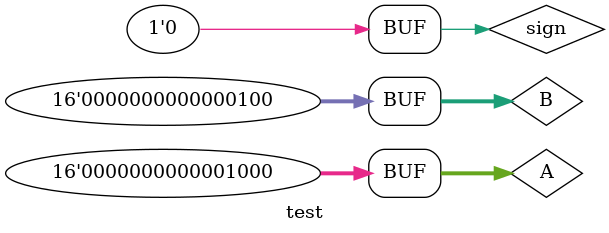
<source format=v>
module test();
    wire error;
    reg signed [15:0] A,B;
    wire [15:0] result;
    reg sign = 1;


    div div_test(A,B, result, error, sign);
    initial begin
        sign <= 0;
        A <= 100;
        B <= 2;
        #10
        A <= 8;
        B <= 4;
        #10;
        // A <= 10;
        // B <= 0;
        #10;
    end

    initial begin
        $monitor("div: divisor = %5d, dividend =  %5d\nresult | error\n%16b | %16b ", A, B, result, error);
    end
    endmodule

</source>
